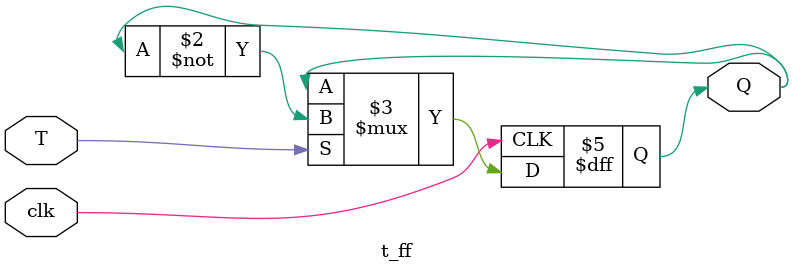
<source format=v>

module t_ff(input wire T, clk, output reg Q);
    always @(posedge clk) begin
        if (T) Q <= ~Q;
    end
endmodule
</source>
